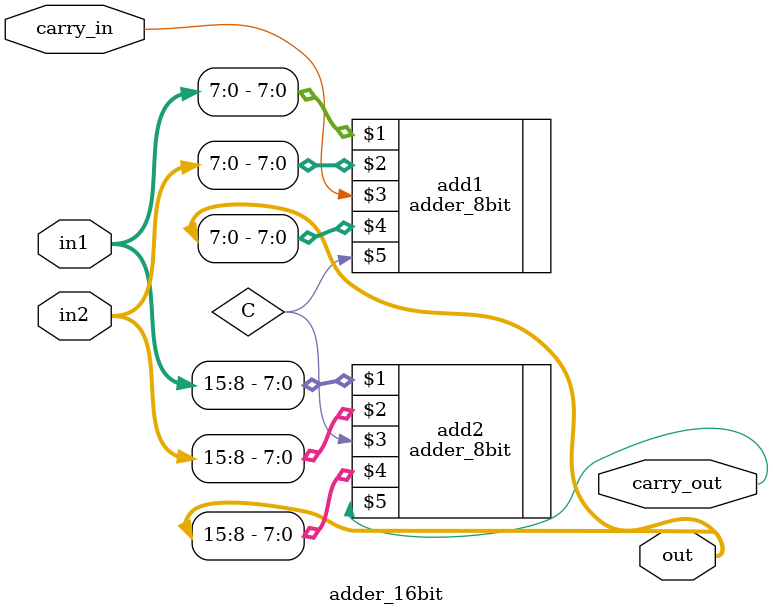
<source format=v>
module adder_16bit(input [15:0] in1, input [15:0] in2, input carry_in, output [15:0] out, output carry_out);
	wire C;
	
	adder_8bit add1(in1[7:0], in2[7:0], carry_in, out[7:0], C);
	adder_8bit add2(in1[15:8], in2[15:8], C, out[15:8], carry_out);
endmodule
</source>
